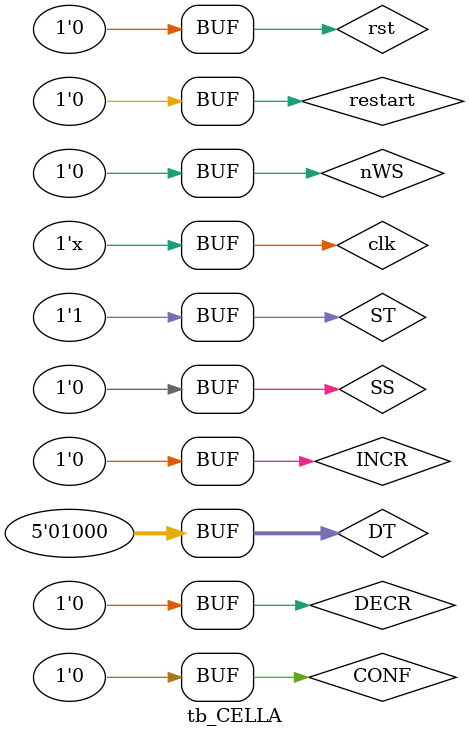
<source format=v>
`timescale 1ns / 1ps


module tb_CELLA;
reg clk,rst;
reg DECR,INCR,restart;
reg CONF,SS,ST,nWS;
reg [4:0] DT;
wire WS;
wire [4:0]DTF;
wire [5:0]RTR;
wire[1:0] LED;

TOP_MODULE_CELLAR DUT(.clk(clk),.rst(rst),.DECR(DECR),.INCR(INCR),.restart(restart),.CONF(CONF),.SS(SS),.ST(ST),.nWS(nWS),.DT(DT),.WS(WS),.RTR(RTR),.DTF(DTF),.LED(LED));

always
#5 clk=~clk;

initial
begin
clk=1'b0;
rst=1'b1;
DECR=1'b0;
INCR=1'b0;
restart=1'b0;
CONF=1'b0;
SS=1'b0;
ST=1'b0;
nWS=1'b0;
DT=5'd8;
#20 rst=1'b0;
#150 CONF=1'b1;
#150 CONF=1'b0;
#2000 nWS=1'b1;

#100 SS=1'b1;
#50 ST=1'b1;

#1500 restart = 1'b1;
#50 restart = 1'b0;

#500 SS = 1'b0;
#2000 nWS = 1'b0;

#100 restart = 1'b1;
#50 restart = 1'b0;

end

endmodule

</source>
